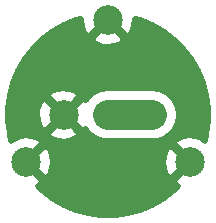
<source format=gbl>
G04 #@! TF.GenerationSoftware,KiCad,Pcbnew,(5.1.7)-1*
G04 #@! TF.CreationDate,2022-06-07T00:48:51+02:00*
G04 #@! TF.ProjectId,Kondensator-Adapter-16mm,4b6f6e64-656e-4736-9174-6f722d416461,rev?*
G04 #@! TF.SameCoordinates,Original*
G04 #@! TF.FileFunction,Copper,L2,Bot*
G04 #@! TF.FilePolarity,Positive*
%FSLAX46Y46*%
G04 Gerber Fmt 4.6, Leading zero omitted, Abs format (unit mm)*
G04 Created by KiCad (PCBNEW (5.1.7)-1) date 2022-06-07 00:48:51*
%MOMM*%
%LPD*%
G01*
G04 APERTURE LIST*
G04 #@! TA.AperFunction,ComponentPad*
%ADD10C,2.500000*%
G04 #@! TD*
G04 #@! TA.AperFunction,Conductor*
%ADD11C,2.500000*%
G04 #@! TD*
G04 #@! TA.AperFunction,Conductor*
%ADD12C,0.500000*%
G04 #@! TD*
G04 #@! TA.AperFunction,Conductor*
%ADD13C,0.100000*%
G04 #@! TD*
G04 APERTURE END LIST*
D10*
X169048862Y-38661675D03*
X176548861Y-38661674D03*
X179727066Y-42661675D03*
X172798862Y-30661674D03*
X165870658Y-42661674D03*
X172798862Y-38661675D03*
D11*
X176548860Y-38661675D02*
X176548861Y-38661674D01*
X172798862Y-38661675D02*
X176548860Y-38661675D01*
D12*
X172989781Y-30647532D02*
X172975639Y-30661674D01*
X174306412Y-31992448D01*
X174698634Y-31887430D01*
X174901264Y-31493251D01*
X175023100Y-31067114D01*
X175059458Y-30625397D01*
X175046063Y-30508631D01*
X175523061Y-30636442D01*
X176547259Y-31060679D01*
X177507320Y-31614970D01*
X178386818Y-32289833D01*
X179170704Y-33073719D01*
X179845567Y-33953217D01*
X180399858Y-34913278D01*
X180824095Y-35937476D01*
X181111017Y-37008285D01*
X181255716Y-38107383D01*
X181255716Y-39215967D01*
X181111017Y-40315065D01*
X180972048Y-40833706D01*
X180952822Y-40761903D01*
X180558643Y-40559273D01*
X180132506Y-40437437D01*
X179690789Y-40401079D01*
X179250465Y-40451593D01*
X178828456Y-40587039D01*
X178501310Y-40761903D01*
X178396292Y-41154125D01*
X179727066Y-42484898D01*
X179741208Y-42470756D01*
X179917985Y-42647533D01*
X179903843Y-42661675D01*
X179917985Y-42675817D01*
X179741208Y-42852594D01*
X179727066Y-42838452D01*
X178396292Y-44169225D01*
X178501310Y-44561447D01*
X178737482Y-44682853D01*
X178386818Y-45033517D01*
X177507320Y-45708380D01*
X176547259Y-46262671D01*
X175523061Y-46686908D01*
X174452252Y-46973830D01*
X173353154Y-47118529D01*
X172244570Y-47118529D01*
X171145472Y-46973830D01*
X170074663Y-46686908D01*
X169050465Y-46262671D01*
X168090404Y-45708380D01*
X167210906Y-45033517D01*
X166863390Y-44686001D01*
X167096414Y-44561446D01*
X167201432Y-44169224D01*
X165870658Y-42838451D01*
X165856516Y-42852593D01*
X165679739Y-42675816D01*
X165693881Y-42661674D01*
X166047435Y-42661674D01*
X167378208Y-43992448D01*
X167770430Y-43887430D01*
X167973060Y-43493251D01*
X168094896Y-43067114D01*
X168125281Y-42697952D01*
X177466470Y-42697952D01*
X177516984Y-43138276D01*
X177652430Y-43560285D01*
X177827294Y-43887431D01*
X178219516Y-43992449D01*
X179550289Y-42661675D01*
X178219516Y-41330901D01*
X177827294Y-41435919D01*
X177624664Y-41830098D01*
X177502828Y-42256235D01*
X177466470Y-42697952D01*
X168125281Y-42697952D01*
X168131254Y-42625397D01*
X168080740Y-42185073D01*
X167945294Y-41763064D01*
X167770430Y-41435918D01*
X167378208Y-41330900D01*
X166047435Y-42661674D01*
X165693881Y-42661674D01*
X165679739Y-42647532D01*
X165856516Y-42470755D01*
X165870658Y-42484897D01*
X167201432Y-41154124D01*
X167096414Y-40761902D01*
X166702235Y-40559272D01*
X166276098Y-40437436D01*
X165834381Y-40401078D01*
X165394057Y-40451592D01*
X164972048Y-40587038D01*
X164644902Y-40761902D01*
X164625676Y-40833706D01*
X164486707Y-40315065D01*
X164467507Y-40169225D01*
X167718088Y-40169225D01*
X167823106Y-40561447D01*
X168217285Y-40764077D01*
X168643422Y-40885913D01*
X169085139Y-40922271D01*
X169525463Y-40871757D01*
X169947472Y-40736311D01*
X170274618Y-40561447D01*
X170379636Y-40169225D01*
X169048862Y-38838452D01*
X167718088Y-40169225D01*
X164467507Y-40169225D01*
X164342008Y-39215967D01*
X164342008Y-38697952D01*
X166788266Y-38697952D01*
X166838780Y-39138276D01*
X166974226Y-39560285D01*
X167149090Y-39887431D01*
X167541312Y-39992449D01*
X168872085Y-38661675D01*
X169225639Y-38661675D01*
X170556412Y-39992449D01*
X170908534Y-39898168D01*
X170919004Y-39917756D01*
X170989460Y-40003607D01*
X171051173Y-40095967D01*
X171129718Y-40174512D01*
X171200174Y-40260363D01*
X171286025Y-40330819D01*
X171364570Y-40409364D01*
X171456930Y-40471077D01*
X171542781Y-40541533D01*
X171640728Y-40593887D01*
X171733087Y-40655599D01*
X171835712Y-40698108D01*
X171933658Y-40750461D01*
X172039936Y-40782700D01*
X172142561Y-40825209D01*
X172251506Y-40846879D01*
X172357785Y-40879119D01*
X172468313Y-40890005D01*
X172577256Y-40911675D01*
X176438335Y-40911675D01*
X176548860Y-40922561D01*
X176659385Y-40911675D01*
X176659388Y-40911675D01*
X176659398Y-40911674D01*
X176770467Y-40911674D01*
X176879401Y-40890006D01*
X176989937Y-40879119D01*
X177096224Y-40846877D01*
X177205162Y-40825208D01*
X177307781Y-40782702D01*
X177414064Y-40750461D01*
X177512015Y-40698105D01*
X177614636Y-40655598D01*
X177706992Y-40593888D01*
X177804941Y-40541533D01*
X177890794Y-40471075D01*
X177983153Y-40409363D01*
X178061697Y-40330819D01*
X178147548Y-40260363D01*
X178218004Y-40174512D01*
X178296550Y-40095966D01*
X178358264Y-40003605D01*
X178428718Y-39917756D01*
X178481070Y-39819811D01*
X178542785Y-39727449D01*
X178585295Y-39624821D01*
X178637646Y-39526879D01*
X178669883Y-39420607D01*
X178712395Y-39317975D01*
X178734067Y-39209024D01*
X178766304Y-39102752D01*
X178777189Y-38992232D01*
X178798861Y-38883280D01*
X178798861Y-38772193D01*
X178809746Y-38661675D01*
X178798861Y-38551157D01*
X178798861Y-38440068D01*
X178777189Y-38331114D01*
X178766304Y-38220598D01*
X178755528Y-38185074D01*
X178734068Y-38114328D01*
X178712395Y-38005373D01*
X178669883Y-37902740D01*
X178637647Y-37796472D01*
X178585298Y-37698533D01*
X178542785Y-37595899D01*
X178481066Y-37503529D01*
X178428718Y-37405594D01*
X178358271Y-37319754D01*
X178296550Y-37227382D01*
X178217995Y-37148827D01*
X178147548Y-37062987D01*
X178061708Y-36992540D01*
X177983153Y-36913985D01*
X177890781Y-36852264D01*
X177804941Y-36781817D01*
X177707006Y-36729469D01*
X177614636Y-36667750D01*
X177512002Y-36625237D01*
X177414063Y-36572888D01*
X177307795Y-36540652D01*
X177205162Y-36498140D01*
X177096207Y-36476467D01*
X176989937Y-36444231D01*
X176879421Y-36433346D01*
X176770467Y-36411674D01*
X176659378Y-36411674D01*
X176548860Y-36400789D01*
X176438342Y-36411674D01*
X176327255Y-36411674D01*
X176327250Y-36411675D01*
X172577256Y-36411675D01*
X172468313Y-36433345D01*
X172357785Y-36444231D01*
X172251506Y-36476471D01*
X172142561Y-36498141D01*
X172039936Y-36540650D01*
X171933658Y-36572889D01*
X171835712Y-36625242D01*
X171733087Y-36667751D01*
X171640728Y-36729463D01*
X171542781Y-36781817D01*
X171456930Y-36852273D01*
X171364570Y-36913986D01*
X171286027Y-36992529D01*
X171200174Y-37062987D01*
X171129718Y-37148838D01*
X171051173Y-37227383D01*
X170989460Y-37319743D01*
X170919004Y-37405594D01*
X170908534Y-37425182D01*
X170556412Y-37330901D01*
X169225639Y-38661675D01*
X168872085Y-38661675D01*
X167541312Y-37330901D01*
X167149090Y-37435919D01*
X166946460Y-37830098D01*
X166824624Y-38256235D01*
X166788266Y-38697952D01*
X164342008Y-38697952D01*
X164342008Y-38107383D01*
X164467506Y-37154125D01*
X167718088Y-37154125D01*
X169048862Y-38484898D01*
X170379636Y-37154125D01*
X170274618Y-36761903D01*
X169880439Y-36559273D01*
X169454302Y-36437437D01*
X169012585Y-36401079D01*
X168572261Y-36451593D01*
X168150252Y-36587039D01*
X167823106Y-36761903D01*
X167718088Y-37154125D01*
X164467506Y-37154125D01*
X164486707Y-37008285D01*
X164773629Y-35937476D01*
X165197866Y-34913278D01*
X165752157Y-33953217D01*
X166427020Y-33073719D01*
X167210906Y-32289833D01*
X167368086Y-32169224D01*
X171468088Y-32169224D01*
X171573106Y-32561446D01*
X171967285Y-32764076D01*
X172393422Y-32885912D01*
X172835139Y-32922270D01*
X173275463Y-32871756D01*
X173697472Y-32736310D01*
X174024618Y-32561446D01*
X174129636Y-32169224D01*
X172798862Y-30838451D01*
X171468088Y-32169224D01*
X167368086Y-32169224D01*
X168090404Y-31614970D01*
X169050465Y-31060679D01*
X170074663Y-30636442D01*
X170553898Y-30508031D01*
X170538266Y-30697951D01*
X170588780Y-31138275D01*
X170724226Y-31560284D01*
X170899090Y-31887430D01*
X171291312Y-31992448D01*
X172622085Y-30661674D01*
X172607943Y-30647532D01*
X172784720Y-30470755D01*
X172798862Y-30484897D01*
X172813004Y-30470755D01*
X172989781Y-30647532D01*
G04 #@! TA.AperFunction,Conductor*
D13*
G36*
X172989781Y-30647532D02*
G01*
X172975639Y-30661674D01*
X174306412Y-31992448D01*
X174698634Y-31887430D01*
X174901264Y-31493251D01*
X175023100Y-31067114D01*
X175059458Y-30625397D01*
X175046063Y-30508631D01*
X175523061Y-30636442D01*
X176547259Y-31060679D01*
X177507320Y-31614970D01*
X178386818Y-32289833D01*
X179170704Y-33073719D01*
X179845567Y-33953217D01*
X180399858Y-34913278D01*
X180824095Y-35937476D01*
X181111017Y-37008285D01*
X181255716Y-38107383D01*
X181255716Y-39215967D01*
X181111017Y-40315065D01*
X180972048Y-40833706D01*
X180952822Y-40761903D01*
X180558643Y-40559273D01*
X180132506Y-40437437D01*
X179690789Y-40401079D01*
X179250465Y-40451593D01*
X178828456Y-40587039D01*
X178501310Y-40761903D01*
X178396292Y-41154125D01*
X179727066Y-42484898D01*
X179741208Y-42470756D01*
X179917985Y-42647533D01*
X179903843Y-42661675D01*
X179917985Y-42675817D01*
X179741208Y-42852594D01*
X179727066Y-42838452D01*
X178396292Y-44169225D01*
X178501310Y-44561447D01*
X178737482Y-44682853D01*
X178386818Y-45033517D01*
X177507320Y-45708380D01*
X176547259Y-46262671D01*
X175523061Y-46686908D01*
X174452252Y-46973830D01*
X173353154Y-47118529D01*
X172244570Y-47118529D01*
X171145472Y-46973830D01*
X170074663Y-46686908D01*
X169050465Y-46262671D01*
X168090404Y-45708380D01*
X167210906Y-45033517D01*
X166863390Y-44686001D01*
X167096414Y-44561446D01*
X167201432Y-44169224D01*
X165870658Y-42838451D01*
X165856516Y-42852593D01*
X165679739Y-42675816D01*
X165693881Y-42661674D01*
X166047435Y-42661674D01*
X167378208Y-43992448D01*
X167770430Y-43887430D01*
X167973060Y-43493251D01*
X168094896Y-43067114D01*
X168125281Y-42697952D01*
X177466470Y-42697952D01*
X177516984Y-43138276D01*
X177652430Y-43560285D01*
X177827294Y-43887431D01*
X178219516Y-43992449D01*
X179550289Y-42661675D01*
X178219516Y-41330901D01*
X177827294Y-41435919D01*
X177624664Y-41830098D01*
X177502828Y-42256235D01*
X177466470Y-42697952D01*
X168125281Y-42697952D01*
X168131254Y-42625397D01*
X168080740Y-42185073D01*
X167945294Y-41763064D01*
X167770430Y-41435918D01*
X167378208Y-41330900D01*
X166047435Y-42661674D01*
X165693881Y-42661674D01*
X165679739Y-42647532D01*
X165856516Y-42470755D01*
X165870658Y-42484897D01*
X167201432Y-41154124D01*
X167096414Y-40761902D01*
X166702235Y-40559272D01*
X166276098Y-40437436D01*
X165834381Y-40401078D01*
X165394057Y-40451592D01*
X164972048Y-40587038D01*
X164644902Y-40761902D01*
X164625676Y-40833706D01*
X164486707Y-40315065D01*
X164467507Y-40169225D01*
X167718088Y-40169225D01*
X167823106Y-40561447D01*
X168217285Y-40764077D01*
X168643422Y-40885913D01*
X169085139Y-40922271D01*
X169525463Y-40871757D01*
X169947472Y-40736311D01*
X170274618Y-40561447D01*
X170379636Y-40169225D01*
X169048862Y-38838452D01*
X167718088Y-40169225D01*
X164467507Y-40169225D01*
X164342008Y-39215967D01*
X164342008Y-38697952D01*
X166788266Y-38697952D01*
X166838780Y-39138276D01*
X166974226Y-39560285D01*
X167149090Y-39887431D01*
X167541312Y-39992449D01*
X168872085Y-38661675D01*
X169225639Y-38661675D01*
X170556412Y-39992449D01*
X170908534Y-39898168D01*
X170919004Y-39917756D01*
X170989460Y-40003607D01*
X171051173Y-40095967D01*
X171129718Y-40174512D01*
X171200174Y-40260363D01*
X171286025Y-40330819D01*
X171364570Y-40409364D01*
X171456930Y-40471077D01*
X171542781Y-40541533D01*
X171640728Y-40593887D01*
X171733087Y-40655599D01*
X171835712Y-40698108D01*
X171933658Y-40750461D01*
X172039936Y-40782700D01*
X172142561Y-40825209D01*
X172251506Y-40846879D01*
X172357785Y-40879119D01*
X172468313Y-40890005D01*
X172577256Y-40911675D01*
X176438335Y-40911675D01*
X176548860Y-40922561D01*
X176659385Y-40911675D01*
X176659388Y-40911675D01*
X176659398Y-40911674D01*
X176770467Y-40911674D01*
X176879401Y-40890006D01*
X176989937Y-40879119D01*
X177096224Y-40846877D01*
X177205162Y-40825208D01*
X177307781Y-40782702D01*
X177414064Y-40750461D01*
X177512015Y-40698105D01*
X177614636Y-40655598D01*
X177706992Y-40593888D01*
X177804941Y-40541533D01*
X177890794Y-40471075D01*
X177983153Y-40409363D01*
X178061697Y-40330819D01*
X178147548Y-40260363D01*
X178218004Y-40174512D01*
X178296550Y-40095966D01*
X178358264Y-40003605D01*
X178428718Y-39917756D01*
X178481070Y-39819811D01*
X178542785Y-39727449D01*
X178585295Y-39624821D01*
X178637646Y-39526879D01*
X178669883Y-39420607D01*
X178712395Y-39317975D01*
X178734067Y-39209024D01*
X178766304Y-39102752D01*
X178777189Y-38992232D01*
X178798861Y-38883280D01*
X178798861Y-38772193D01*
X178809746Y-38661675D01*
X178798861Y-38551157D01*
X178798861Y-38440068D01*
X178777189Y-38331114D01*
X178766304Y-38220598D01*
X178755528Y-38185074D01*
X178734068Y-38114328D01*
X178712395Y-38005373D01*
X178669883Y-37902740D01*
X178637647Y-37796472D01*
X178585298Y-37698533D01*
X178542785Y-37595899D01*
X178481066Y-37503529D01*
X178428718Y-37405594D01*
X178358271Y-37319754D01*
X178296550Y-37227382D01*
X178217995Y-37148827D01*
X178147548Y-37062987D01*
X178061708Y-36992540D01*
X177983153Y-36913985D01*
X177890781Y-36852264D01*
X177804941Y-36781817D01*
X177707006Y-36729469D01*
X177614636Y-36667750D01*
X177512002Y-36625237D01*
X177414063Y-36572888D01*
X177307795Y-36540652D01*
X177205162Y-36498140D01*
X177096207Y-36476467D01*
X176989937Y-36444231D01*
X176879421Y-36433346D01*
X176770467Y-36411674D01*
X176659378Y-36411674D01*
X176548860Y-36400789D01*
X176438342Y-36411674D01*
X176327255Y-36411674D01*
X176327250Y-36411675D01*
X172577256Y-36411675D01*
X172468313Y-36433345D01*
X172357785Y-36444231D01*
X172251506Y-36476471D01*
X172142561Y-36498141D01*
X172039936Y-36540650D01*
X171933658Y-36572889D01*
X171835712Y-36625242D01*
X171733087Y-36667751D01*
X171640728Y-36729463D01*
X171542781Y-36781817D01*
X171456930Y-36852273D01*
X171364570Y-36913986D01*
X171286027Y-36992529D01*
X171200174Y-37062987D01*
X171129718Y-37148838D01*
X171051173Y-37227383D01*
X170989460Y-37319743D01*
X170919004Y-37405594D01*
X170908534Y-37425182D01*
X170556412Y-37330901D01*
X169225639Y-38661675D01*
X168872085Y-38661675D01*
X167541312Y-37330901D01*
X167149090Y-37435919D01*
X166946460Y-37830098D01*
X166824624Y-38256235D01*
X166788266Y-38697952D01*
X164342008Y-38697952D01*
X164342008Y-38107383D01*
X164467506Y-37154125D01*
X167718088Y-37154125D01*
X169048862Y-38484898D01*
X170379636Y-37154125D01*
X170274618Y-36761903D01*
X169880439Y-36559273D01*
X169454302Y-36437437D01*
X169012585Y-36401079D01*
X168572261Y-36451593D01*
X168150252Y-36587039D01*
X167823106Y-36761903D01*
X167718088Y-37154125D01*
X164467506Y-37154125D01*
X164486707Y-37008285D01*
X164773629Y-35937476D01*
X165197866Y-34913278D01*
X165752157Y-33953217D01*
X166427020Y-33073719D01*
X167210906Y-32289833D01*
X167368086Y-32169224D01*
X171468088Y-32169224D01*
X171573106Y-32561446D01*
X171967285Y-32764076D01*
X172393422Y-32885912D01*
X172835139Y-32922270D01*
X173275463Y-32871756D01*
X173697472Y-32736310D01*
X174024618Y-32561446D01*
X174129636Y-32169224D01*
X172798862Y-30838451D01*
X171468088Y-32169224D01*
X167368086Y-32169224D01*
X168090404Y-31614970D01*
X169050465Y-31060679D01*
X170074663Y-30636442D01*
X170553898Y-30508031D01*
X170538266Y-30697951D01*
X170588780Y-31138275D01*
X170724226Y-31560284D01*
X170899090Y-31887430D01*
X171291312Y-31992448D01*
X172622085Y-30661674D01*
X172607943Y-30647532D01*
X172784720Y-30470755D01*
X172798862Y-30484897D01*
X172813004Y-30470755D01*
X172989781Y-30647532D01*
G37*
G04 #@! TD.AperFunction*
M02*

</source>
